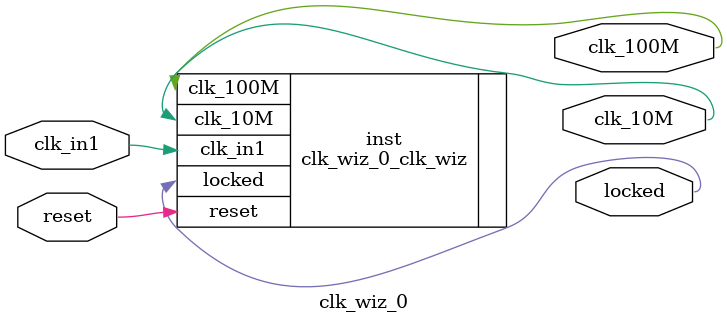
<source format=v>


`timescale 1ps/1ps

(* CORE_GENERATION_INFO = "clk_wiz_0,clk_wiz_v5_3_1,{component_name=clk_wiz_0,use_phase_alignment=true,use_min_o_jitter=false,use_max_i_jitter=false,use_dyn_phase_shift=false,use_inclk_switchover=false,use_dyn_reconfig=false,enable_axi=0,feedback_source=FDBK_AUTO,PRIMITIVE=MMCM,num_out_clk=2,clkin1_period=10.0,clkin2_period=10.0,use_power_down=false,use_reset=true,use_locked=true,use_inclk_stopped=false,feedback_type=SINGLE,CLOCK_MGR_TYPE=NA,manual_override=false}" *)

module clk_wiz_0 
 (
 // Clock in ports
  input         clk_in1,
  // Clock out ports
  output        clk_100M,
  output        clk_10M,
  // Status and control signals
  input         reset,
  output        locked
 );

  clk_wiz_0_clk_wiz inst
  (
 // Clock in ports
  .clk_in1(clk_in1),
  // Clock out ports  
  .clk_100M(clk_100M),
  .clk_10M(clk_10M),
  // Status and control signals               
  .reset(reset), 
  .locked(locked)            
  );

endmodule

</source>
